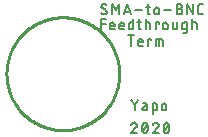
<source format=gto>
G04 EAGLE Gerber RS-274X export*
G75*
%MOMM*%
%FSLAX34Y34*%
%LPD*%
%INSilkscreen Top*%
%IPPOS*%
%AMOC8*
5,1,8,0,0,1.08239X$1,22.5*%
G01*
%ADD10C,0.127000*%
%ADD11C,0.254000*%


D10*
X92498Y126365D02*
X92584Y126367D01*
X92670Y126373D01*
X92756Y126382D01*
X92841Y126395D01*
X92926Y126412D01*
X93009Y126432D01*
X93092Y126456D01*
X93174Y126484D01*
X93254Y126515D01*
X93333Y126550D01*
X93410Y126588D01*
X93486Y126630D01*
X93560Y126674D01*
X93631Y126722D01*
X93701Y126773D01*
X93768Y126827D01*
X93833Y126884D01*
X93895Y126944D01*
X93955Y127006D01*
X94012Y127071D01*
X94066Y127138D01*
X94117Y127208D01*
X94165Y127279D01*
X94209Y127353D01*
X94251Y127429D01*
X94289Y127506D01*
X94324Y127585D01*
X94355Y127665D01*
X94383Y127747D01*
X94407Y127830D01*
X94427Y127913D01*
X94444Y127998D01*
X94457Y128083D01*
X94466Y128169D01*
X94472Y128255D01*
X94474Y128341D01*
X92498Y126365D02*
X92371Y126367D01*
X92245Y126373D01*
X92118Y126382D01*
X91992Y126396D01*
X91867Y126413D01*
X91742Y126434D01*
X91618Y126459D01*
X91494Y126488D01*
X91372Y126520D01*
X91250Y126556D01*
X91130Y126596D01*
X91011Y126639D01*
X90893Y126686D01*
X90777Y126737D01*
X90662Y126791D01*
X90549Y126848D01*
X90438Y126909D01*
X90329Y126973D01*
X90222Y127041D01*
X90116Y127111D01*
X90013Y127185D01*
X89913Y127262D01*
X89815Y127342D01*
X89719Y127425D01*
X89626Y127511D01*
X89535Y127600D01*
X89782Y133279D02*
X89784Y133365D01*
X89790Y133451D01*
X89799Y133537D01*
X89812Y133622D01*
X89829Y133707D01*
X89849Y133790D01*
X89873Y133873D01*
X89901Y133955D01*
X89932Y134035D01*
X89967Y134114D01*
X90005Y134191D01*
X90047Y134267D01*
X90091Y134341D01*
X90139Y134412D01*
X90190Y134482D01*
X90244Y134549D01*
X90301Y134614D01*
X90361Y134676D01*
X90423Y134736D01*
X90488Y134793D01*
X90555Y134847D01*
X90625Y134898D01*
X90696Y134946D01*
X90770Y134990D01*
X90846Y135032D01*
X90923Y135070D01*
X91002Y135105D01*
X91082Y135136D01*
X91164Y135164D01*
X91247Y135188D01*
X91330Y135208D01*
X91415Y135225D01*
X91500Y135238D01*
X91586Y135247D01*
X91672Y135253D01*
X91758Y135255D01*
X91877Y135253D01*
X91996Y135247D01*
X92115Y135238D01*
X92233Y135224D01*
X92351Y135207D01*
X92469Y135186D01*
X92585Y135161D01*
X92701Y135133D01*
X92816Y135101D01*
X92929Y135065D01*
X93042Y135025D01*
X93153Y134982D01*
X93263Y134936D01*
X93371Y134886D01*
X93477Y134832D01*
X93582Y134775D01*
X93684Y134715D01*
X93785Y134651D01*
X93884Y134584D01*
X93980Y134514D01*
X90770Y131551D02*
X90696Y131596D01*
X90624Y131645D01*
X90554Y131697D01*
X90487Y131752D01*
X90422Y131810D01*
X90360Y131870D01*
X90301Y131933D01*
X90244Y131999D01*
X90190Y132067D01*
X90139Y132137D01*
X90091Y132209D01*
X90046Y132284D01*
X90005Y132360D01*
X89967Y132438D01*
X89932Y132518D01*
X89901Y132599D01*
X89873Y132681D01*
X89849Y132764D01*
X89829Y132848D01*
X89812Y132934D01*
X89799Y133019D01*
X89790Y133106D01*
X89784Y133192D01*
X89782Y133279D01*
X93485Y130069D02*
X93559Y130024D01*
X93631Y129975D01*
X93701Y129923D01*
X93768Y129868D01*
X93833Y129810D01*
X93895Y129750D01*
X93955Y129687D01*
X94011Y129621D01*
X94065Y129553D01*
X94116Y129483D01*
X94164Y129411D01*
X94209Y129336D01*
X94250Y129260D01*
X94288Y129182D01*
X94323Y129102D01*
X94354Y129021D01*
X94382Y128939D01*
X94406Y128856D01*
X94426Y128772D01*
X94443Y128686D01*
X94456Y128601D01*
X94465Y128514D01*
X94471Y128428D01*
X94473Y128341D01*
X93486Y130069D02*
X90770Y131551D01*
X98795Y135255D02*
X98795Y126365D01*
X101758Y130316D02*
X98795Y135255D01*
X101758Y130316D02*
X104721Y135255D01*
X104721Y126365D01*
X108853Y126365D02*
X111816Y135255D01*
X114780Y126365D01*
X114039Y128588D02*
X109594Y128588D01*
X118607Y129822D02*
X124533Y129822D01*
X127918Y132292D02*
X130882Y132292D01*
X128906Y135255D02*
X128906Y127847D01*
X128908Y127772D01*
X128914Y127697D01*
X128923Y127623D01*
X128936Y127549D01*
X128953Y127476D01*
X128974Y127403D01*
X128998Y127332D01*
X129026Y127263D01*
X129057Y127194D01*
X129092Y127128D01*
X129130Y127063D01*
X129172Y127000D01*
X129216Y126940D01*
X129264Y126882D01*
X129314Y126826D01*
X129367Y126773D01*
X129423Y126723D01*
X129481Y126675D01*
X129541Y126631D01*
X129604Y126589D01*
X129669Y126551D01*
X129735Y126516D01*
X129804Y126485D01*
X129873Y126457D01*
X129944Y126433D01*
X130017Y126412D01*
X130090Y126395D01*
X130164Y126382D01*
X130238Y126373D01*
X130313Y126367D01*
X130388Y126365D01*
X130882Y126365D01*
X134530Y128341D02*
X134530Y130316D01*
X134529Y130316D02*
X134531Y130403D01*
X134537Y130491D01*
X134546Y130578D01*
X134560Y130664D01*
X134577Y130750D01*
X134598Y130834D01*
X134623Y130918D01*
X134652Y131001D01*
X134684Y131082D01*
X134719Y131162D01*
X134758Y131240D01*
X134801Y131317D01*
X134847Y131391D01*
X134896Y131463D01*
X134948Y131533D01*
X135004Y131601D01*
X135062Y131666D01*
X135123Y131729D01*
X135187Y131788D01*
X135254Y131845D01*
X135322Y131899D01*
X135394Y131950D01*
X135467Y131997D01*
X135542Y132042D01*
X135620Y132083D01*
X135699Y132120D01*
X135779Y132154D01*
X135861Y132184D01*
X135944Y132211D01*
X136029Y132234D01*
X136114Y132253D01*
X136200Y132268D01*
X136287Y132280D01*
X136374Y132288D01*
X136461Y132292D01*
X136549Y132292D01*
X136636Y132288D01*
X136723Y132280D01*
X136810Y132268D01*
X136896Y132253D01*
X136981Y132234D01*
X137066Y132211D01*
X137149Y132184D01*
X137231Y132154D01*
X137311Y132120D01*
X137390Y132083D01*
X137468Y132042D01*
X137543Y131997D01*
X137616Y131950D01*
X137688Y131899D01*
X137756Y131845D01*
X137823Y131788D01*
X137887Y131729D01*
X137948Y131666D01*
X138006Y131601D01*
X138062Y131533D01*
X138114Y131463D01*
X138163Y131391D01*
X138209Y131317D01*
X138252Y131240D01*
X138291Y131162D01*
X138326Y131082D01*
X138358Y131001D01*
X138387Y130918D01*
X138412Y130834D01*
X138433Y130750D01*
X138450Y130664D01*
X138464Y130578D01*
X138473Y130491D01*
X138479Y130403D01*
X138481Y130316D01*
X138481Y128341D01*
X138479Y128254D01*
X138473Y128166D01*
X138464Y128079D01*
X138450Y127993D01*
X138433Y127907D01*
X138412Y127823D01*
X138387Y127739D01*
X138358Y127656D01*
X138326Y127575D01*
X138291Y127495D01*
X138252Y127417D01*
X138209Y127340D01*
X138163Y127266D01*
X138114Y127194D01*
X138062Y127124D01*
X138006Y127056D01*
X137948Y126991D01*
X137887Y126928D01*
X137823Y126869D01*
X137756Y126812D01*
X137688Y126758D01*
X137616Y126707D01*
X137543Y126660D01*
X137468Y126615D01*
X137390Y126574D01*
X137311Y126537D01*
X137231Y126503D01*
X137149Y126473D01*
X137066Y126446D01*
X136981Y126423D01*
X136896Y126404D01*
X136810Y126389D01*
X136723Y126377D01*
X136636Y126369D01*
X136549Y126365D01*
X136461Y126365D01*
X136374Y126369D01*
X136287Y126377D01*
X136200Y126389D01*
X136114Y126404D01*
X136029Y126423D01*
X135944Y126446D01*
X135861Y126473D01*
X135779Y126503D01*
X135699Y126537D01*
X135620Y126574D01*
X135542Y126615D01*
X135467Y126660D01*
X135394Y126707D01*
X135322Y126758D01*
X135254Y126812D01*
X135187Y126869D01*
X135123Y126928D01*
X135062Y126991D01*
X135004Y127056D01*
X134948Y127124D01*
X134896Y127194D01*
X134847Y127266D01*
X134801Y127340D01*
X134758Y127417D01*
X134719Y127495D01*
X134684Y127575D01*
X134652Y127656D01*
X134623Y127739D01*
X134598Y127823D01*
X134577Y127907D01*
X134560Y127993D01*
X134546Y128079D01*
X134537Y128166D01*
X134531Y128254D01*
X134529Y128341D01*
X142686Y129822D02*
X148612Y129822D01*
X153412Y131304D02*
X155881Y131304D01*
X155881Y131303D02*
X155979Y131301D01*
X156077Y131295D01*
X156175Y131285D01*
X156272Y131272D01*
X156369Y131254D01*
X156465Y131233D01*
X156559Y131208D01*
X156653Y131179D01*
X156746Y131147D01*
X156837Y131110D01*
X156927Y131071D01*
X157015Y131027D01*
X157101Y130980D01*
X157186Y130930D01*
X157268Y130877D01*
X157348Y130820D01*
X157426Y130760D01*
X157501Y130697D01*
X157574Y130631D01*
X157644Y130562D01*
X157711Y130491D01*
X157776Y130417D01*
X157837Y130340D01*
X157896Y130261D01*
X157951Y130180D01*
X158003Y130097D01*
X158051Y130011D01*
X158096Y129924D01*
X158138Y129835D01*
X158176Y129745D01*
X158210Y129653D01*
X158241Y129560D01*
X158268Y129465D01*
X158291Y129370D01*
X158311Y129273D01*
X158326Y129177D01*
X158338Y129079D01*
X158346Y128981D01*
X158350Y128883D01*
X158350Y128785D01*
X158346Y128687D01*
X158338Y128589D01*
X158326Y128491D01*
X158311Y128395D01*
X158291Y128298D01*
X158268Y128203D01*
X158241Y128108D01*
X158210Y128015D01*
X158176Y127923D01*
X158138Y127833D01*
X158096Y127744D01*
X158051Y127657D01*
X158003Y127571D01*
X157951Y127488D01*
X157896Y127407D01*
X157837Y127328D01*
X157776Y127251D01*
X157711Y127177D01*
X157644Y127106D01*
X157574Y127037D01*
X157501Y126971D01*
X157426Y126908D01*
X157348Y126848D01*
X157268Y126791D01*
X157186Y126738D01*
X157101Y126688D01*
X157015Y126641D01*
X156927Y126597D01*
X156837Y126558D01*
X156746Y126521D01*
X156653Y126489D01*
X156559Y126460D01*
X156465Y126435D01*
X156369Y126414D01*
X156272Y126396D01*
X156175Y126383D01*
X156077Y126373D01*
X155979Y126367D01*
X155881Y126365D01*
X153412Y126365D01*
X153412Y135255D01*
X155881Y135255D01*
X155968Y135253D01*
X156056Y135247D01*
X156143Y135238D01*
X156229Y135224D01*
X156315Y135207D01*
X156399Y135186D01*
X156483Y135161D01*
X156566Y135132D01*
X156647Y135100D01*
X156727Y135065D01*
X156805Y135026D01*
X156882Y134983D01*
X156956Y134937D01*
X157028Y134888D01*
X157098Y134836D01*
X157166Y134780D01*
X157231Y134722D01*
X157294Y134661D01*
X157353Y134597D01*
X157410Y134530D01*
X157464Y134462D01*
X157515Y134390D01*
X157562Y134317D01*
X157607Y134242D01*
X157648Y134164D01*
X157685Y134085D01*
X157719Y134005D01*
X157749Y133923D01*
X157776Y133840D01*
X157799Y133755D01*
X157818Y133670D01*
X157833Y133584D01*
X157845Y133497D01*
X157853Y133410D01*
X157857Y133323D01*
X157857Y133235D01*
X157853Y133148D01*
X157845Y133061D01*
X157833Y132974D01*
X157818Y132888D01*
X157799Y132803D01*
X157776Y132718D01*
X157749Y132635D01*
X157719Y132553D01*
X157685Y132473D01*
X157648Y132394D01*
X157607Y132316D01*
X157562Y132241D01*
X157515Y132168D01*
X157464Y132096D01*
X157410Y132028D01*
X157353Y131961D01*
X157294Y131897D01*
X157231Y131836D01*
X157166Y131778D01*
X157098Y131722D01*
X157028Y131670D01*
X156956Y131621D01*
X156882Y131575D01*
X156805Y131532D01*
X156727Y131493D01*
X156647Y131458D01*
X156566Y131426D01*
X156483Y131397D01*
X156399Y131372D01*
X156315Y131351D01*
X156229Y131334D01*
X156143Y131320D01*
X156056Y131311D01*
X155968Y131305D01*
X155881Y131303D01*
X162382Y135255D02*
X162382Y126365D01*
X167321Y126365D02*
X162382Y135255D01*
X167321Y135255D02*
X167321Y126365D01*
X173772Y126365D02*
X175748Y126365D01*
X173772Y126365D02*
X173686Y126367D01*
X173600Y126373D01*
X173514Y126382D01*
X173429Y126395D01*
X173344Y126412D01*
X173261Y126432D01*
X173178Y126456D01*
X173096Y126484D01*
X173016Y126515D01*
X172937Y126550D01*
X172860Y126588D01*
X172784Y126630D01*
X172710Y126674D01*
X172639Y126722D01*
X172569Y126773D01*
X172502Y126827D01*
X172437Y126884D01*
X172375Y126944D01*
X172315Y127006D01*
X172258Y127071D01*
X172204Y127138D01*
X172153Y127208D01*
X172105Y127279D01*
X172061Y127353D01*
X172019Y127429D01*
X171981Y127506D01*
X171946Y127585D01*
X171915Y127665D01*
X171887Y127747D01*
X171863Y127830D01*
X171843Y127913D01*
X171826Y127998D01*
X171813Y128083D01*
X171804Y128169D01*
X171798Y128255D01*
X171796Y128341D01*
X171797Y128341D02*
X171797Y133279D01*
X171796Y133279D02*
X171798Y133368D01*
X171804Y133456D01*
X171814Y133544D01*
X171828Y133632D01*
X171846Y133719D01*
X171867Y133805D01*
X171893Y133890D01*
X171922Y133973D01*
X171955Y134056D01*
X171992Y134136D01*
X172032Y134215D01*
X172076Y134292D01*
X172123Y134368D01*
X172173Y134440D01*
X172227Y134511D01*
X172284Y134579D01*
X172344Y134645D01*
X172406Y134707D01*
X172472Y134767D01*
X172540Y134824D01*
X172611Y134878D01*
X172683Y134928D01*
X172758Y134975D01*
X172836Y135019D01*
X172915Y135059D01*
X172995Y135096D01*
X173078Y135129D01*
X173161Y135158D01*
X173246Y135184D01*
X173332Y135205D01*
X173419Y135223D01*
X173507Y135237D01*
X173595Y135247D01*
X173683Y135253D01*
X173772Y135255D01*
X175748Y135255D01*
X89535Y122555D02*
X89535Y113665D01*
X89535Y122555D02*
X93486Y122555D01*
X93486Y118604D02*
X89535Y118604D01*
X98498Y113665D02*
X100967Y113665D01*
X98498Y113665D02*
X98423Y113667D01*
X98348Y113673D01*
X98274Y113682D01*
X98200Y113695D01*
X98127Y113712D01*
X98054Y113733D01*
X97983Y113757D01*
X97914Y113785D01*
X97845Y113816D01*
X97779Y113851D01*
X97714Y113889D01*
X97651Y113931D01*
X97591Y113975D01*
X97533Y114023D01*
X97477Y114073D01*
X97424Y114126D01*
X97374Y114182D01*
X97326Y114240D01*
X97282Y114300D01*
X97240Y114363D01*
X97202Y114428D01*
X97167Y114494D01*
X97136Y114563D01*
X97108Y114632D01*
X97084Y114703D01*
X97063Y114776D01*
X97046Y114849D01*
X97033Y114923D01*
X97024Y114997D01*
X97018Y115072D01*
X97016Y115147D01*
X97016Y117616D01*
X97018Y117703D01*
X97024Y117791D01*
X97033Y117878D01*
X97047Y117964D01*
X97064Y118050D01*
X97085Y118134D01*
X97110Y118218D01*
X97139Y118301D01*
X97171Y118382D01*
X97206Y118462D01*
X97245Y118540D01*
X97288Y118617D01*
X97334Y118691D01*
X97383Y118763D01*
X97435Y118833D01*
X97491Y118901D01*
X97549Y118966D01*
X97610Y119029D01*
X97674Y119088D01*
X97741Y119145D01*
X97809Y119199D01*
X97881Y119250D01*
X97954Y119297D01*
X98029Y119342D01*
X98107Y119383D01*
X98186Y119420D01*
X98266Y119454D01*
X98348Y119484D01*
X98431Y119511D01*
X98516Y119534D01*
X98601Y119553D01*
X98687Y119568D01*
X98774Y119580D01*
X98861Y119588D01*
X98948Y119592D01*
X99036Y119592D01*
X99123Y119588D01*
X99210Y119580D01*
X99297Y119568D01*
X99383Y119553D01*
X99468Y119534D01*
X99553Y119511D01*
X99636Y119484D01*
X99718Y119454D01*
X99798Y119420D01*
X99877Y119383D01*
X99955Y119342D01*
X100030Y119297D01*
X100103Y119250D01*
X100175Y119199D01*
X100243Y119145D01*
X100310Y119088D01*
X100374Y119029D01*
X100435Y118966D01*
X100493Y118901D01*
X100549Y118833D01*
X100601Y118763D01*
X100650Y118691D01*
X100696Y118617D01*
X100739Y118540D01*
X100778Y118462D01*
X100813Y118382D01*
X100845Y118301D01*
X100874Y118218D01*
X100899Y118134D01*
X100920Y118050D01*
X100937Y117964D01*
X100951Y117878D01*
X100960Y117791D01*
X100966Y117703D01*
X100968Y117616D01*
X100967Y117616D02*
X100967Y116628D01*
X97016Y116628D01*
X106423Y113665D02*
X108892Y113665D01*
X106423Y113665D02*
X106348Y113667D01*
X106273Y113673D01*
X106199Y113682D01*
X106125Y113695D01*
X106052Y113712D01*
X105979Y113733D01*
X105908Y113757D01*
X105839Y113785D01*
X105770Y113816D01*
X105704Y113851D01*
X105639Y113889D01*
X105576Y113931D01*
X105516Y113975D01*
X105458Y114023D01*
X105402Y114073D01*
X105349Y114126D01*
X105299Y114182D01*
X105251Y114240D01*
X105207Y114300D01*
X105165Y114363D01*
X105127Y114428D01*
X105092Y114494D01*
X105061Y114563D01*
X105033Y114632D01*
X105009Y114703D01*
X104988Y114776D01*
X104971Y114849D01*
X104958Y114923D01*
X104949Y114997D01*
X104943Y115072D01*
X104941Y115147D01*
X104941Y117616D01*
X104940Y117616D02*
X104942Y117703D01*
X104948Y117791D01*
X104957Y117878D01*
X104971Y117964D01*
X104988Y118050D01*
X105009Y118134D01*
X105034Y118218D01*
X105063Y118301D01*
X105095Y118382D01*
X105130Y118462D01*
X105169Y118540D01*
X105212Y118617D01*
X105258Y118691D01*
X105307Y118763D01*
X105359Y118833D01*
X105415Y118901D01*
X105473Y118966D01*
X105534Y119029D01*
X105598Y119088D01*
X105665Y119145D01*
X105733Y119199D01*
X105805Y119250D01*
X105878Y119297D01*
X105953Y119342D01*
X106031Y119383D01*
X106110Y119420D01*
X106190Y119454D01*
X106272Y119484D01*
X106355Y119511D01*
X106440Y119534D01*
X106525Y119553D01*
X106611Y119568D01*
X106698Y119580D01*
X106785Y119588D01*
X106872Y119592D01*
X106960Y119592D01*
X107047Y119588D01*
X107134Y119580D01*
X107221Y119568D01*
X107307Y119553D01*
X107392Y119534D01*
X107477Y119511D01*
X107560Y119484D01*
X107642Y119454D01*
X107722Y119420D01*
X107801Y119383D01*
X107879Y119342D01*
X107954Y119297D01*
X108027Y119250D01*
X108099Y119199D01*
X108167Y119145D01*
X108234Y119088D01*
X108298Y119029D01*
X108359Y118966D01*
X108417Y118901D01*
X108473Y118833D01*
X108525Y118763D01*
X108574Y118691D01*
X108620Y118617D01*
X108663Y118540D01*
X108702Y118462D01*
X108737Y118382D01*
X108769Y118301D01*
X108798Y118218D01*
X108823Y118134D01*
X108844Y118050D01*
X108861Y117964D01*
X108875Y117878D01*
X108884Y117791D01*
X108890Y117703D01*
X108892Y117616D01*
X108892Y116628D01*
X104941Y116628D01*
X116756Y113665D02*
X116756Y122555D01*
X116756Y113665D02*
X114287Y113665D01*
X114212Y113667D01*
X114137Y113673D01*
X114063Y113682D01*
X113989Y113695D01*
X113916Y113712D01*
X113843Y113733D01*
X113772Y113757D01*
X113703Y113785D01*
X113634Y113816D01*
X113568Y113851D01*
X113503Y113889D01*
X113440Y113931D01*
X113380Y113975D01*
X113322Y114023D01*
X113266Y114073D01*
X113213Y114126D01*
X113163Y114182D01*
X113115Y114240D01*
X113071Y114300D01*
X113029Y114363D01*
X112991Y114428D01*
X112956Y114494D01*
X112925Y114563D01*
X112897Y114632D01*
X112873Y114703D01*
X112852Y114776D01*
X112835Y114849D01*
X112822Y114923D01*
X112813Y114997D01*
X112807Y115072D01*
X112805Y115147D01*
X112805Y118110D01*
X112807Y118185D01*
X112813Y118260D01*
X112822Y118334D01*
X112835Y118408D01*
X112852Y118481D01*
X112873Y118554D01*
X112897Y118625D01*
X112925Y118694D01*
X112956Y118763D01*
X112991Y118829D01*
X113029Y118894D01*
X113071Y118957D01*
X113115Y119017D01*
X113163Y119075D01*
X113213Y119131D01*
X113266Y119184D01*
X113322Y119234D01*
X113380Y119282D01*
X113440Y119326D01*
X113503Y119368D01*
X113568Y119406D01*
X113634Y119441D01*
X113703Y119472D01*
X113772Y119500D01*
X113843Y119524D01*
X113916Y119545D01*
X113989Y119562D01*
X114063Y119575D01*
X114137Y119584D01*
X114212Y119590D01*
X114287Y119592D01*
X116756Y119592D01*
X120275Y119592D02*
X123239Y119592D01*
X121263Y122555D02*
X121263Y115147D01*
X121265Y115072D01*
X121271Y114997D01*
X121280Y114923D01*
X121293Y114849D01*
X121310Y114776D01*
X121331Y114703D01*
X121355Y114632D01*
X121383Y114563D01*
X121414Y114494D01*
X121449Y114428D01*
X121487Y114363D01*
X121529Y114300D01*
X121573Y114240D01*
X121621Y114182D01*
X121671Y114126D01*
X121724Y114073D01*
X121780Y114023D01*
X121838Y113975D01*
X121898Y113931D01*
X121961Y113889D01*
X122026Y113851D01*
X122092Y113816D01*
X122161Y113785D01*
X122230Y113757D01*
X122301Y113733D01*
X122374Y113712D01*
X122447Y113695D01*
X122521Y113682D01*
X122595Y113673D01*
X122670Y113667D01*
X122745Y113665D01*
X123239Y113665D01*
X127191Y113665D02*
X127191Y122555D01*
X127191Y119592D02*
X129661Y119592D01*
X129736Y119590D01*
X129811Y119584D01*
X129885Y119575D01*
X129959Y119562D01*
X130032Y119545D01*
X130105Y119524D01*
X130176Y119500D01*
X130245Y119472D01*
X130314Y119441D01*
X130380Y119406D01*
X130445Y119368D01*
X130508Y119326D01*
X130568Y119282D01*
X130626Y119234D01*
X130682Y119184D01*
X130735Y119131D01*
X130785Y119075D01*
X130833Y119017D01*
X130877Y118957D01*
X130919Y118894D01*
X130957Y118829D01*
X130992Y118763D01*
X131023Y118694D01*
X131051Y118625D01*
X131075Y118554D01*
X131096Y118481D01*
X131113Y118408D01*
X131126Y118334D01*
X131135Y118260D01*
X131141Y118185D01*
X131143Y118110D01*
X131142Y118110D02*
X131142Y113665D01*
X135794Y113665D02*
X135794Y119592D01*
X138757Y119592D01*
X138757Y118604D01*
X141822Y117616D02*
X141822Y115641D01*
X141821Y117616D02*
X141823Y117703D01*
X141829Y117791D01*
X141838Y117878D01*
X141852Y117964D01*
X141869Y118050D01*
X141890Y118134D01*
X141915Y118218D01*
X141944Y118301D01*
X141976Y118382D01*
X142011Y118462D01*
X142050Y118540D01*
X142093Y118617D01*
X142139Y118691D01*
X142188Y118763D01*
X142240Y118833D01*
X142296Y118901D01*
X142354Y118966D01*
X142415Y119029D01*
X142479Y119088D01*
X142546Y119145D01*
X142614Y119199D01*
X142686Y119250D01*
X142759Y119297D01*
X142834Y119342D01*
X142912Y119383D01*
X142991Y119420D01*
X143071Y119454D01*
X143153Y119484D01*
X143236Y119511D01*
X143321Y119534D01*
X143406Y119553D01*
X143492Y119568D01*
X143579Y119580D01*
X143666Y119588D01*
X143753Y119592D01*
X143841Y119592D01*
X143928Y119588D01*
X144015Y119580D01*
X144102Y119568D01*
X144188Y119553D01*
X144273Y119534D01*
X144358Y119511D01*
X144441Y119484D01*
X144523Y119454D01*
X144603Y119420D01*
X144682Y119383D01*
X144760Y119342D01*
X144835Y119297D01*
X144908Y119250D01*
X144980Y119199D01*
X145048Y119145D01*
X145115Y119088D01*
X145179Y119029D01*
X145240Y118966D01*
X145298Y118901D01*
X145354Y118833D01*
X145406Y118763D01*
X145455Y118691D01*
X145501Y118617D01*
X145544Y118540D01*
X145583Y118462D01*
X145618Y118382D01*
X145650Y118301D01*
X145679Y118218D01*
X145704Y118134D01*
X145725Y118050D01*
X145742Y117964D01*
X145756Y117878D01*
X145765Y117791D01*
X145771Y117703D01*
X145773Y117616D01*
X145773Y115641D01*
X145771Y115554D01*
X145765Y115466D01*
X145756Y115379D01*
X145742Y115293D01*
X145725Y115207D01*
X145704Y115123D01*
X145679Y115039D01*
X145650Y114956D01*
X145618Y114875D01*
X145583Y114795D01*
X145544Y114717D01*
X145501Y114640D01*
X145455Y114566D01*
X145406Y114494D01*
X145354Y114424D01*
X145298Y114356D01*
X145240Y114291D01*
X145179Y114228D01*
X145115Y114169D01*
X145048Y114112D01*
X144980Y114058D01*
X144908Y114007D01*
X144835Y113960D01*
X144760Y113915D01*
X144682Y113874D01*
X144603Y113837D01*
X144523Y113803D01*
X144441Y113773D01*
X144358Y113746D01*
X144273Y113723D01*
X144188Y113704D01*
X144102Y113689D01*
X144015Y113677D01*
X143928Y113669D01*
X143841Y113665D01*
X143753Y113665D01*
X143666Y113669D01*
X143579Y113677D01*
X143492Y113689D01*
X143406Y113704D01*
X143321Y113723D01*
X143236Y113746D01*
X143153Y113773D01*
X143071Y113803D01*
X142991Y113837D01*
X142912Y113874D01*
X142834Y113915D01*
X142759Y113960D01*
X142686Y114007D01*
X142614Y114058D01*
X142546Y114112D01*
X142479Y114169D01*
X142415Y114228D01*
X142354Y114291D01*
X142296Y114356D01*
X142240Y114424D01*
X142188Y114494D01*
X142139Y114566D01*
X142093Y114640D01*
X142050Y114717D01*
X142011Y114795D01*
X141976Y114875D01*
X141944Y114956D01*
X141915Y115039D01*
X141890Y115123D01*
X141869Y115207D01*
X141852Y115293D01*
X141838Y115379D01*
X141829Y115466D01*
X141823Y115554D01*
X141821Y115641D01*
X150051Y115147D02*
X150051Y119592D01*
X150051Y115147D02*
X150053Y115072D01*
X150059Y114997D01*
X150068Y114923D01*
X150081Y114849D01*
X150098Y114776D01*
X150119Y114703D01*
X150143Y114632D01*
X150171Y114563D01*
X150202Y114494D01*
X150237Y114428D01*
X150275Y114363D01*
X150317Y114300D01*
X150361Y114240D01*
X150409Y114182D01*
X150459Y114126D01*
X150512Y114073D01*
X150568Y114023D01*
X150626Y113975D01*
X150686Y113931D01*
X150749Y113889D01*
X150814Y113851D01*
X150880Y113816D01*
X150949Y113785D01*
X151018Y113757D01*
X151089Y113733D01*
X151162Y113712D01*
X151235Y113695D01*
X151309Y113682D01*
X151383Y113673D01*
X151458Y113667D01*
X151533Y113665D01*
X154002Y113665D01*
X154002Y119592D01*
X159702Y113665D02*
X162171Y113665D01*
X159702Y113665D02*
X159627Y113667D01*
X159552Y113673D01*
X159478Y113682D01*
X159404Y113695D01*
X159331Y113712D01*
X159258Y113733D01*
X159187Y113757D01*
X159118Y113785D01*
X159049Y113816D01*
X158983Y113851D01*
X158918Y113889D01*
X158855Y113931D01*
X158795Y113975D01*
X158737Y114023D01*
X158681Y114073D01*
X158628Y114126D01*
X158578Y114182D01*
X158530Y114240D01*
X158486Y114300D01*
X158444Y114363D01*
X158406Y114428D01*
X158371Y114494D01*
X158340Y114563D01*
X158312Y114632D01*
X158288Y114703D01*
X158267Y114776D01*
X158250Y114849D01*
X158237Y114923D01*
X158228Y114997D01*
X158222Y115072D01*
X158220Y115147D01*
X158220Y118110D01*
X158222Y118185D01*
X158228Y118260D01*
X158237Y118334D01*
X158250Y118408D01*
X158267Y118481D01*
X158288Y118554D01*
X158312Y118625D01*
X158340Y118694D01*
X158371Y118763D01*
X158406Y118829D01*
X158444Y118894D01*
X158486Y118957D01*
X158530Y119017D01*
X158578Y119075D01*
X158628Y119131D01*
X158681Y119184D01*
X158737Y119234D01*
X158795Y119282D01*
X158855Y119326D01*
X158918Y119368D01*
X158983Y119406D01*
X159049Y119441D01*
X159118Y119472D01*
X159187Y119500D01*
X159258Y119524D01*
X159331Y119545D01*
X159404Y119562D01*
X159478Y119575D01*
X159552Y119584D01*
X159627Y119590D01*
X159702Y119592D01*
X162171Y119592D01*
X162171Y112183D01*
X162172Y112183D02*
X162170Y112108D01*
X162164Y112033D01*
X162155Y111959D01*
X162142Y111885D01*
X162125Y111812D01*
X162104Y111739D01*
X162080Y111668D01*
X162052Y111599D01*
X162021Y111530D01*
X161986Y111464D01*
X161948Y111399D01*
X161906Y111336D01*
X161862Y111276D01*
X161814Y111218D01*
X161764Y111162D01*
X161711Y111109D01*
X161655Y111059D01*
X161597Y111011D01*
X161537Y110967D01*
X161474Y110925D01*
X161409Y110887D01*
X161343Y110852D01*
X161274Y110821D01*
X161205Y110793D01*
X161134Y110769D01*
X161061Y110748D01*
X160988Y110731D01*
X160914Y110718D01*
X160840Y110709D01*
X160765Y110703D01*
X160690Y110701D01*
X160690Y110702D02*
X158714Y110702D01*
X166815Y113665D02*
X166815Y122555D01*
X166815Y119592D02*
X169284Y119592D01*
X169359Y119590D01*
X169434Y119584D01*
X169508Y119575D01*
X169582Y119562D01*
X169655Y119545D01*
X169728Y119524D01*
X169799Y119500D01*
X169868Y119472D01*
X169937Y119441D01*
X170003Y119406D01*
X170068Y119368D01*
X170131Y119326D01*
X170191Y119282D01*
X170249Y119234D01*
X170305Y119184D01*
X170358Y119131D01*
X170408Y119075D01*
X170456Y119017D01*
X170500Y118957D01*
X170542Y118894D01*
X170580Y118829D01*
X170615Y118763D01*
X170646Y118694D01*
X170674Y118625D01*
X170698Y118554D01*
X170719Y118481D01*
X170736Y118408D01*
X170749Y118334D01*
X170758Y118260D01*
X170764Y118185D01*
X170766Y118110D01*
X170766Y113665D01*
X114864Y108585D02*
X114864Y99695D01*
X112395Y108585D02*
X117334Y108585D01*
X122295Y99695D02*
X124765Y99695D01*
X122295Y99695D02*
X122220Y99697D01*
X122145Y99703D01*
X122071Y99712D01*
X121997Y99725D01*
X121924Y99742D01*
X121851Y99763D01*
X121780Y99787D01*
X121711Y99815D01*
X121642Y99846D01*
X121576Y99881D01*
X121511Y99919D01*
X121448Y99961D01*
X121388Y100005D01*
X121330Y100053D01*
X121274Y100103D01*
X121221Y100156D01*
X121171Y100212D01*
X121123Y100270D01*
X121079Y100330D01*
X121037Y100393D01*
X120999Y100458D01*
X120964Y100524D01*
X120933Y100593D01*
X120905Y100662D01*
X120881Y100733D01*
X120860Y100806D01*
X120843Y100879D01*
X120830Y100953D01*
X120821Y101027D01*
X120815Y101102D01*
X120813Y101177D01*
X120814Y101177D02*
X120814Y103646D01*
X120813Y103646D02*
X120815Y103733D01*
X120821Y103821D01*
X120830Y103908D01*
X120844Y103994D01*
X120861Y104080D01*
X120882Y104164D01*
X120907Y104248D01*
X120936Y104331D01*
X120968Y104412D01*
X121003Y104492D01*
X121042Y104570D01*
X121085Y104647D01*
X121131Y104721D01*
X121180Y104793D01*
X121232Y104863D01*
X121288Y104931D01*
X121346Y104996D01*
X121407Y105059D01*
X121471Y105118D01*
X121538Y105175D01*
X121606Y105229D01*
X121678Y105280D01*
X121751Y105327D01*
X121826Y105372D01*
X121904Y105413D01*
X121983Y105450D01*
X122063Y105484D01*
X122145Y105514D01*
X122228Y105541D01*
X122313Y105564D01*
X122398Y105583D01*
X122484Y105598D01*
X122571Y105610D01*
X122658Y105618D01*
X122745Y105622D01*
X122833Y105622D01*
X122920Y105618D01*
X123007Y105610D01*
X123094Y105598D01*
X123180Y105583D01*
X123265Y105564D01*
X123350Y105541D01*
X123433Y105514D01*
X123515Y105484D01*
X123595Y105450D01*
X123674Y105413D01*
X123752Y105372D01*
X123827Y105327D01*
X123900Y105280D01*
X123972Y105229D01*
X124040Y105175D01*
X124107Y105118D01*
X124171Y105059D01*
X124232Y104996D01*
X124290Y104931D01*
X124346Y104863D01*
X124398Y104793D01*
X124447Y104721D01*
X124493Y104647D01*
X124536Y104570D01*
X124575Y104492D01*
X124610Y104412D01*
X124642Y104331D01*
X124671Y104248D01*
X124696Y104164D01*
X124717Y104080D01*
X124734Y103994D01*
X124748Y103908D01*
X124757Y103821D01*
X124763Y103733D01*
X124765Y103646D01*
X124765Y102658D01*
X120814Y102658D01*
X129111Y99695D02*
X129111Y105622D01*
X132075Y105622D01*
X132075Y104634D01*
X135675Y105622D02*
X135675Y99695D01*
X135675Y105622D02*
X140120Y105622D01*
X140195Y105620D01*
X140270Y105614D01*
X140344Y105605D01*
X140418Y105592D01*
X140491Y105575D01*
X140564Y105554D01*
X140635Y105530D01*
X140704Y105502D01*
X140773Y105471D01*
X140839Y105436D01*
X140904Y105398D01*
X140967Y105356D01*
X141027Y105312D01*
X141085Y105264D01*
X141141Y105214D01*
X141194Y105161D01*
X141244Y105105D01*
X141292Y105047D01*
X141336Y104987D01*
X141378Y104924D01*
X141416Y104859D01*
X141451Y104793D01*
X141482Y104724D01*
X141510Y104655D01*
X141534Y104584D01*
X141555Y104511D01*
X141572Y104438D01*
X141585Y104364D01*
X141594Y104290D01*
X141600Y104215D01*
X141602Y104140D01*
X141602Y99695D01*
X138639Y99695D02*
X138639Y105622D01*
X114935Y53975D02*
X117898Y49777D01*
X120862Y53975D01*
X117898Y49777D02*
X117898Y45085D01*
X126125Y48542D02*
X128348Y48542D01*
X126125Y48543D02*
X126043Y48541D01*
X125961Y48535D01*
X125879Y48525D01*
X125798Y48512D01*
X125717Y48494D01*
X125638Y48473D01*
X125559Y48448D01*
X125482Y48419D01*
X125407Y48387D01*
X125333Y48351D01*
X125261Y48311D01*
X125190Y48269D01*
X125122Y48222D01*
X125056Y48173D01*
X124993Y48121D01*
X124932Y48065D01*
X124874Y48007D01*
X124818Y47946D01*
X124766Y47883D01*
X124717Y47817D01*
X124670Y47749D01*
X124628Y47679D01*
X124588Y47606D01*
X124552Y47532D01*
X124520Y47457D01*
X124491Y47380D01*
X124466Y47301D01*
X124445Y47222D01*
X124427Y47141D01*
X124414Y47060D01*
X124404Y46978D01*
X124398Y46896D01*
X124396Y46814D01*
X124398Y46732D01*
X124404Y46650D01*
X124414Y46568D01*
X124427Y46487D01*
X124445Y46406D01*
X124466Y46327D01*
X124491Y46248D01*
X124520Y46171D01*
X124552Y46096D01*
X124588Y46022D01*
X124628Y45950D01*
X124670Y45879D01*
X124717Y45811D01*
X124766Y45745D01*
X124818Y45682D01*
X124874Y45621D01*
X124932Y45563D01*
X124993Y45507D01*
X125056Y45455D01*
X125122Y45406D01*
X125190Y45359D01*
X125260Y45317D01*
X125333Y45277D01*
X125407Y45241D01*
X125482Y45209D01*
X125559Y45180D01*
X125638Y45155D01*
X125717Y45134D01*
X125798Y45116D01*
X125879Y45103D01*
X125961Y45093D01*
X126043Y45087D01*
X126125Y45085D01*
X128348Y45085D01*
X128348Y49530D01*
X128346Y49605D01*
X128340Y49680D01*
X128331Y49754D01*
X128318Y49828D01*
X128301Y49901D01*
X128280Y49974D01*
X128256Y50045D01*
X128228Y50114D01*
X128197Y50183D01*
X128162Y50249D01*
X128124Y50314D01*
X128082Y50377D01*
X128038Y50437D01*
X127990Y50495D01*
X127940Y50551D01*
X127887Y50604D01*
X127831Y50654D01*
X127773Y50702D01*
X127713Y50746D01*
X127650Y50788D01*
X127585Y50826D01*
X127519Y50861D01*
X127450Y50892D01*
X127381Y50920D01*
X127310Y50944D01*
X127237Y50965D01*
X127164Y50982D01*
X127090Y50995D01*
X127016Y51004D01*
X126941Y51010D01*
X126866Y51012D01*
X124891Y51012D01*
X133052Y51012D02*
X133052Y42122D01*
X133052Y51012D02*
X135521Y51012D01*
X135596Y51010D01*
X135671Y51004D01*
X135745Y50995D01*
X135819Y50982D01*
X135892Y50965D01*
X135965Y50944D01*
X136036Y50920D01*
X136105Y50892D01*
X136174Y50861D01*
X136240Y50826D01*
X136305Y50788D01*
X136368Y50746D01*
X136428Y50702D01*
X136486Y50654D01*
X136542Y50604D01*
X136595Y50551D01*
X136645Y50495D01*
X136693Y50437D01*
X136737Y50377D01*
X136779Y50314D01*
X136817Y50249D01*
X136852Y50183D01*
X136883Y50114D01*
X136911Y50045D01*
X136935Y49974D01*
X136956Y49901D01*
X136973Y49828D01*
X136986Y49754D01*
X136995Y49680D01*
X137001Y49605D01*
X137003Y49530D01*
X137003Y46567D01*
X137001Y46492D01*
X136995Y46417D01*
X136986Y46343D01*
X136973Y46269D01*
X136956Y46196D01*
X136935Y46123D01*
X136911Y46052D01*
X136883Y45983D01*
X136852Y45914D01*
X136817Y45848D01*
X136779Y45783D01*
X136737Y45720D01*
X136693Y45660D01*
X136645Y45602D01*
X136595Y45546D01*
X136542Y45493D01*
X136486Y45443D01*
X136428Y45395D01*
X136368Y45351D01*
X136305Y45309D01*
X136240Y45271D01*
X136174Y45236D01*
X136105Y45205D01*
X136036Y45177D01*
X135965Y45153D01*
X135892Y45132D01*
X135819Y45115D01*
X135745Y45102D01*
X135671Y45093D01*
X135596Y45087D01*
X135521Y45085D01*
X133052Y45085D01*
X140916Y47061D02*
X140916Y49036D01*
X140918Y49123D01*
X140924Y49211D01*
X140933Y49298D01*
X140947Y49384D01*
X140964Y49470D01*
X140985Y49554D01*
X141010Y49638D01*
X141039Y49721D01*
X141071Y49802D01*
X141106Y49882D01*
X141145Y49960D01*
X141188Y50037D01*
X141234Y50111D01*
X141283Y50183D01*
X141335Y50253D01*
X141391Y50321D01*
X141449Y50386D01*
X141510Y50449D01*
X141574Y50508D01*
X141641Y50565D01*
X141709Y50619D01*
X141781Y50670D01*
X141854Y50717D01*
X141929Y50762D01*
X142007Y50803D01*
X142086Y50840D01*
X142166Y50874D01*
X142248Y50904D01*
X142331Y50931D01*
X142416Y50954D01*
X142501Y50973D01*
X142587Y50988D01*
X142674Y51000D01*
X142761Y51008D01*
X142848Y51012D01*
X142936Y51012D01*
X143023Y51008D01*
X143110Y51000D01*
X143197Y50988D01*
X143283Y50973D01*
X143368Y50954D01*
X143453Y50931D01*
X143536Y50904D01*
X143618Y50874D01*
X143698Y50840D01*
X143777Y50803D01*
X143855Y50762D01*
X143930Y50717D01*
X144003Y50670D01*
X144075Y50619D01*
X144143Y50565D01*
X144210Y50508D01*
X144274Y50449D01*
X144335Y50386D01*
X144393Y50321D01*
X144449Y50253D01*
X144501Y50183D01*
X144550Y50111D01*
X144596Y50037D01*
X144639Y49960D01*
X144678Y49882D01*
X144713Y49802D01*
X144745Y49721D01*
X144774Y49638D01*
X144799Y49554D01*
X144820Y49470D01*
X144837Y49384D01*
X144851Y49298D01*
X144860Y49211D01*
X144866Y49123D01*
X144868Y49036D01*
X144867Y49036D02*
X144867Y47061D01*
X144868Y47061D02*
X144866Y46974D01*
X144860Y46886D01*
X144851Y46799D01*
X144837Y46713D01*
X144820Y46627D01*
X144799Y46543D01*
X144774Y46459D01*
X144745Y46376D01*
X144713Y46295D01*
X144678Y46215D01*
X144639Y46137D01*
X144596Y46060D01*
X144550Y45986D01*
X144501Y45914D01*
X144449Y45844D01*
X144393Y45776D01*
X144335Y45711D01*
X144274Y45648D01*
X144210Y45589D01*
X144143Y45532D01*
X144075Y45478D01*
X144003Y45427D01*
X143930Y45380D01*
X143855Y45335D01*
X143777Y45294D01*
X143698Y45257D01*
X143618Y45223D01*
X143536Y45193D01*
X143453Y45166D01*
X143368Y45143D01*
X143283Y45124D01*
X143197Y45109D01*
X143110Y45097D01*
X143023Y45089D01*
X142936Y45085D01*
X142848Y45085D01*
X142761Y45089D01*
X142674Y45097D01*
X142587Y45109D01*
X142501Y45124D01*
X142416Y45143D01*
X142331Y45166D01*
X142248Y45193D01*
X142166Y45223D01*
X142086Y45257D01*
X142007Y45294D01*
X141929Y45335D01*
X141854Y45380D01*
X141781Y45427D01*
X141709Y45478D01*
X141641Y45532D01*
X141574Y45589D01*
X141510Y45648D01*
X141449Y45711D01*
X141391Y45776D01*
X141335Y45844D01*
X141283Y45914D01*
X141234Y45986D01*
X141188Y46060D01*
X141145Y46137D01*
X141106Y46215D01*
X141071Y46295D01*
X141039Y46376D01*
X141010Y46459D01*
X140985Y46543D01*
X140964Y46627D01*
X140947Y46713D01*
X140933Y46799D01*
X140924Y46886D01*
X140918Y46974D01*
X140916Y47061D01*
X119874Y32703D02*
X119872Y32795D01*
X119866Y32887D01*
X119857Y32978D01*
X119844Y33069D01*
X119827Y33159D01*
X119806Y33249D01*
X119782Y33337D01*
X119754Y33425D01*
X119722Y33511D01*
X119687Y33596D01*
X119648Y33679D01*
X119606Y33761D01*
X119561Y33841D01*
X119512Y33919D01*
X119460Y33995D01*
X119405Y34068D01*
X119347Y34140D01*
X119287Y34209D01*
X119223Y34275D01*
X119157Y34339D01*
X119088Y34399D01*
X119016Y34457D01*
X118943Y34512D01*
X118867Y34564D01*
X118789Y34613D01*
X118709Y34658D01*
X118627Y34700D01*
X118544Y34739D01*
X118459Y34774D01*
X118373Y34806D01*
X118285Y34834D01*
X118197Y34858D01*
X118107Y34879D01*
X118017Y34896D01*
X117926Y34909D01*
X117835Y34918D01*
X117743Y34924D01*
X117651Y34926D01*
X117651Y34925D02*
X117545Y34923D01*
X117440Y34917D01*
X117335Y34907D01*
X117230Y34894D01*
X117126Y34876D01*
X117023Y34855D01*
X116920Y34830D01*
X116818Y34801D01*
X116718Y34768D01*
X116619Y34732D01*
X116521Y34692D01*
X116425Y34648D01*
X116330Y34601D01*
X116238Y34551D01*
X116147Y34497D01*
X116058Y34439D01*
X115972Y34379D01*
X115888Y34315D01*
X115806Y34249D01*
X115726Y34179D01*
X115650Y34106D01*
X115576Y34031D01*
X115505Y33953D01*
X115437Y33872D01*
X115371Y33789D01*
X115309Y33703D01*
X115251Y33616D01*
X115195Y33526D01*
X115143Y33434D01*
X115094Y33340D01*
X115049Y33245D01*
X115007Y33148D01*
X114969Y33049D01*
X114935Y32950D01*
X119133Y30974D02*
X119202Y31043D01*
X119268Y31113D01*
X119331Y31187D01*
X119390Y31263D01*
X119447Y31341D01*
X119501Y31421D01*
X119551Y31504D01*
X119598Y31588D01*
X119641Y31675D01*
X119681Y31763D01*
X119717Y31852D01*
X119750Y31943D01*
X119779Y32035D01*
X119804Y32129D01*
X119825Y32223D01*
X119843Y32318D01*
X119856Y32414D01*
X119866Y32510D01*
X119872Y32606D01*
X119874Y32703D01*
X119133Y30974D02*
X114935Y26035D01*
X119874Y26035D01*
X124079Y30480D02*
X124081Y30655D01*
X124087Y30830D01*
X124098Y31004D01*
X124112Y31179D01*
X124131Y31352D01*
X124154Y31526D01*
X124181Y31699D01*
X124212Y31871D01*
X124247Y32042D01*
X124287Y32212D01*
X124330Y32382D01*
X124378Y32550D01*
X124429Y32717D01*
X124484Y32883D01*
X124544Y33048D01*
X124607Y33211D01*
X124674Y33372D01*
X124745Y33532D01*
X124820Y33690D01*
X124820Y33691D02*
X124849Y33769D01*
X124881Y33847D01*
X124918Y33922D01*
X124957Y33996D01*
X125000Y34068D01*
X125046Y34139D01*
X125096Y34206D01*
X125148Y34272D01*
X125203Y34335D01*
X125262Y34395D01*
X125323Y34453D01*
X125386Y34508D01*
X125452Y34560D01*
X125521Y34609D01*
X125591Y34654D01*
X125663Y34697D01*
X125738Y34736D01*
X125814Y34771D01*
X125891Y34803D01*
X125970Y34831D01*
X126051Y34856D01*
X126132Y34877D01*
X126214Y34894D01*
X126297Y34908D01*
X126380Y34917D01*
X126464Y34923D01*
X126548Y34925D01*
X126632Y34923D01*
X126716Y34917D01*
X126799Y34908D01*
X126882Y34894D01*
X126964Y34877D01*
X127045Y34856D01*
X127126Y34831D01*
X127205Y34803D01*
X127282Y34771D01*
X127358Y34736D01*
X127433Y34697D01*
X127505Y34654D01*
X127576Y34609D01*
X127644Y34560D01*
X127710Y34508D01*
X127773Y34453D01*
X127834Y34395D01*
X127893Y34335D01*
X127948Y34272D01*
X128000Y34206D01*
X128050Y34139D01*
X128096Y34068D01*
X128139Y33996D01*
X128178Y33922D01*
X128215Y33847D01*
X128247Y33769D01*
X128276Y33690D01*
X128277Y33690D02*
X128352Y33532D01*
X128423Y33372D01*
X128490Y33211D01*
X128553Y33048D01*
X128613Y32883D01*
X128668Y32717D01*
X128719Y32550D01*
X128767Y32382D01*
X128810Y32212D01*
X128850Y32042D01*
X128885Y31871D01*
X128916Y31699D01*
X128943Y31526D01*
X128966Y31352D01*
X128985Y31179D01*
X128999Y31004D01*
X129010Y30830D01*
X129016Y30655D01*
X129018Y30480D01*
X124079Y30480D02*
X124081Y30305D01*
X124087Y30130D01*
X124098Y29956D01*
X124112Y29781D01*
X124131Y29608D01*
X124154Y29434D01*
X124181Y29261D01*
X124212Y29089D01*
X124247Y28918D01*
X124287Y28748D01*
X124330Y28578D01*
X124378Y28410D01*
X124429Y28243D01*
X124484Y28077D01*
X124544Y27912D01*
X124607Y27749D01*
X124674Y27588D01*
X124745Y27428D01*
X124820Y27270D01*
X124820Y27269D02*
X124849Y27191D01*
X124881Y27113D01*
X124918Y27038D01*
X124957Y26964D01*
X125000Y26891D01*
X125046Y26821D01*
X125096Y26754D01*
X125148Y26688D01*
X125204Y26625D01*
X125262Y26565D01*
X125323Y26507D01*
X125386Y26452D01*
X125452Y26400D01*
X125521Y26351D01*
X125591Y26306D01*
X125663Y26263D01*
X125738Y26224D01*
X125814Y26189D01*
X125891Y26157D01*
X125970Y26129D01*
X126051Y26104D01*
X126132Y26083D01*
X126214Y26066D01*
X126297Y26052D01*
X126380Y26043D01*
X126464Y26037D01*
X126548Y26035D01*
X128277Y27270D02*
X128352Y27428D01*
X128423Y27588D01*
X128490Y27749D01*
X128553Y27912D01*
X128613Y28077D01*
X128668Y28243D01*
X128719Y28410D01*
X128767Y28578D01*
X128810Y28748D01*
X128850Y28918D01*
X128885Y29089D01*
X128916Y29261D01*
X128943Y29434D01*
X128966Y29608D01*
X128985Y29781D01*
X128999Y29956D01*
X129010Y30130D01*
X129016Y30305D01*
X129018Y30480D01*
X128276Y27269D02*
X128247Y27191D01*
X128215Y27113D01*
X128178Y27038D01*
X128139Y26964D01*
X128096Y26892D01*
X128050Y26821D01*
X128000Y26754D01*
X127948Y26688D01*
X127893Y26625D01*
X127834Y26565D01*
X127773Y26507D01*
X127710Y26452D01*
X127644Y26400D01*
X127576Y26351D01*
X127505Y26306D01*
X127433Y26263D01*
X127358Y26224D01*
X127282Y26189D01*
X127205Y26157D01*
X127126Y26129D01*
X127045Y26104D01*
X126964Y26083D01*
X126882Y26066D01*
X126799Y26052D01*
X126716Y26043D01*
X126632Y26037D01*
X126548Y26035D01*
X124573Y28011D02*
X128524Y32949D01*
X135939Y34926D02*
X136031Y34924D01*
X136123Y34918D01*
X136214Y34909D01*
X136305Y34896D01*
X136395Y34879D01*
X136485Y34858D01*
X136573Y34834D01*
X136661Y34806D01*
X136747Y34774D01*
X136832Y34739D01*
X136915Y34700D01*
X136997Y34658D01*
X137077Y34613D01*
X137155Y34564D01*
X137231Y34512D01*
X137304Y34457D01*
X137376Y34399D01*
X137445Y34339D01*
X137511Y34275D01*
X137575Y34209D01*
X137635Y34140D01*
X137693Y34068D01*
X137748Y33995D01*
X137800Y33919D01*
X137849Y33841D01*
X137894Y33761D01*
X137936Y33679D01*
X137975Y33596D01*
X138010Y33511D01*
X138042Y33425D01*
X138070Y33337D01*
X138094Y33249D01*
X138115Y33159D01*
X138132Y33069D01*
X138145Y32978D01*
X138154Y32887D01*
X138160Y32795D01*
X138162Y32703D01*
X135939Y34925D02*
X135833Y34923D01*
X135728Y34917D01*
X135623Y34907D01*
X135518Y34894D01*
X135414Y34876D01*
X135311Y34855D01*
X135208Y34830D01*
X135106Y34801D01*
X135006Y34768D01*
X134907Y34732D01*
X134809Y34692D01*
X134713Y34648D01*
X134618Y34601D01*
X134526Y34551D01*
X134435Y34497D01*
X134346Y34439D01*
X134260Y34379D01*
X134176Y34315D01*
X134094Y34249D01*
X134014Y34179D01*
X133938Y34106D01*
X133864Y34031D01*
X133793Y33953D01*
X133725Y33872D01*
X133659Y33789D01*
X133597Y33703D01*
X133539Y33616D01*
X133483Y33526D01*
X133431Y33434D01*
X133382Y33340D01*
X133337Y33245D01*
X133295Y33148D01*
X133257Y33049D01*
X133223Y32950D01*
X137421Y30974D02*
X137490Y31043D01*
X137556Y31113D01*
X137619Y31187D01*
X137678Y31263D01*
X137735Y31341D01*
X137789Y31421D01*
X137839Y31504D01*
X137886Y31588D01*
X137929Y31675D01*
X137969Y31763D01*
X138005Y31852D01*
X138038Y31943D01*
X138067Y32035D01*
X138092Y32129D01*
X138113Y32223D01*
X138131Y32318D01*
X138144Y32414D01*
X138154Y32510D01*
X138160Y32606D01*
X138162Y32703D01*
X137421Y30974D02*
X133223Y26035D01*
X138162Y26035D01*
X142367Y30480D02*
X142369Y30655D01*
X142375Y30830D01*
X142386Y31004D01*
X142400Y31179D01*
X142419Y31352D01*
X142442Y31526D01*
X142469Y31699D01*
X142500Y31871D01*
X142535Y32042D01*
X142575Y32212D01*
X142618Y32382D01*
X142666Y32550D01*
X142717Y32717D01*
X142772Y32883D01*
X142832Y33048D01*
X142895Y33211D01*
X142962Y33372D01*
X143033Y33532D01*
X143108Y33690D01*
X143108Y33691D02*
X143137Y33769D01*
X143169Y33847D01*
X143206Y33922D01*
X143245Y33996D01*
X143288Y34068D01*
X143334Y34139D01*
X143384Y34206D01*
X143436Y34272D01*
X143491Y34335D01*
X143550Y34395D01*
X143611Y34453D01*
X143674Y34508D01*
X143740Y34560D01*
X143809Y34609D01*
X143879Y34654D01*
X143951Y34697D01*
X144026Y34736D01*
X144102Y34771D01*
X144179Y34803D01*
X144258Y34831D01*
X144339Y34856D01*
X144420Y34877D01*
X144502Y34894D01*
X144585Y34908D01*
X144668Y34917D01*
X144752Y34923D01*
X144836Y34925D01*
X144920Y34923D01*
X145004Y34917D01*
X145087Y34908D01*
X145170Y34894D01*
X145252Y34877D01*
X145333Y34856D01*
X145414Y34831D01*
X145493Y34803D01*
X145570Y34771D01*
X145646Y34736D01*
X145721Y34697D01*
X145793Y34654D01*
X145864Y34609D01*
X145932Y34560D01*
X145998Y34508D01*
X146061Y34453D01*
X146122Y34395D01*
X146181Y34335D01*
X146236Y34272D01*
X146288Y34206D01*
X146338Y34139D01*
X146384Y34068D01*
X146427Y33996D01*
X146466Y33922D01*
X146503Y33847D01*
X146535Y33769D01*
X146564Y33690D01*
X146565Y33690D02*
X146640Y33532D01*
X146711Y33372D01*
X146778Y33211D01*
X146841Y33048D01*
X146901Y32883D01*
X146956Y32717D01*
X147007Y32550D01*
X147055Y32382D01*
X147098Y32212D01*
X147138Y32042D01*
X147173Y31871D01*
X147204Y31699D01*
X147231Y31526D01*
X147254Y31352D01*
X147273Y31179D01*
X147287Y31004D01*
X147298Y30830D01*
X147304Y30655D01*
X147306Y30480D01*
X142367Y30480D02*
X142369Y30305D01*
X142375Y30130D01*
X142386Y29956D01*
X142400Y29781D01*
X142419Y29608D01*
X142442Y29434D01*
X142469Y29261D01*
X142500Y29089D01*
X142535Y28918D01*
X142575Y28748D01*
X142618Y28578D01*
X142666Y28410D01*
X142717Y28243D01*
X142772Y28077D01*
X142832Y27912D01*
X142895Y27749D01*
X142962Y27588D01*
X143033Y27428D01*
X143108Y27270D01*
X143108Y27269D02*
X143137Y27191D01*
X143169Y27113D01*
X143206Y27038D01*
X143245Y26964D01*
X143288Y26891D01*
X143334Y26821D01*
X143384Y26754D01*
X143436Y26688D01*
X143492Y26625D01*
X143550Y26565D01*
X143611Y26507D01*
X143674Y26452D01*
X143740Y26400D01*
X143809Y26351D01*
X143879Y26306D01*
X143951Y26263D01*
X144026Y26224D01*
X144102Y26189D01*
X144179Y26157D01*
X144258Y26129D01*
X144339Y26104D01*
X144420Y26083D01*
X144502Y26066D01*
X144585Y26052D01*
X144668Y26043D01*
X144752Y26037D01*
X144836Y26035D01*
X146565Y27270D02*
X146640Y27428D01*
X146711Y27588D01*
X146778Y27749D01*
X146841Y27912D01*
X146901Y28077D01*
X146956Y28243D01*
X147007Y28410D01*
X147055Y28578D01*
X147098Y28748D01*
X147138Y28918D01*
X147173Y29089D01*
X147204Y29261D01*
X147231Y29434D01*
X147254Y29608D01*
X147273Y29781D01*
X147287Y29956D01*
X147298Y30130D01*
X147304Y30305D01*
X147306Y30480D01*
X146564Y27269D02*
X146535Y27191D01*
X146503Y27113D01*
X146466Y27038D01*
X146427Y26964D01*
X146384Y26892D01*
X146338Y26821D01*
X146288Y26754D01*
X146236Y26688D01*
X146181Y26625D01*
X146122Y26565D01*
X146061Y26507D01*
X145998Y26452D01*
X145932Y26400D01*
X145864Y26351D01*
X145793Y26306D01*
X145721Y26263D01*
X145646Y26224D01*
X145570Y26189D01*
X145493Y26157D01*
X145414Y26129D01*
X145333Y26104D01*
X145252Y26083D01*
X145170Y26066D01*
X145087Y26052D01*
X145004Y26043D01*
X144920Y26037D01*
X144836Y26035D01*
X142861Y28011D02*
X146812Y32949D01*
D11*
X9398Y76200D02*
X9412Y77372D01*
X9456Y78543D01*
X9527Y79713D01*
X9628Y80881D01*
X9757Y82045D01*
X9915Y83207D01*
X10101Y84364D01*
X10316Y85516D01*
X10558Y86663D01*
X10829Y87803D01*
X11128Y88936D01*
X11454Y90062D01*
X11808Y91179D01*
X12189Y92287D01*
X12598Y93386D01*
X13033Y94474D01*
X13495Y95551D01*
X13983Y96617D01*
X14497Y97670D01*
X15036Y98710D01*
X15602Y99737D01*
X16192Y100749D01*
X16807Y101747D01*
X17446Y102730D01*
X18109Y103696D01*
X18795Y104646D01*
X19505Y105579D01*
X20237Y106494D01*
X20992Y107390D01*
X21768Y108268D01*
X22566Y109127D01*
X23384Y109966D01*
X24223Y110784D01*
X25082Y111582D01*
X25960Y112358D01*
X26856Y113113D01*
X27771Y113845D01*
X28704Y114555D01*
X29654Y115241D01*
X30620Y115904D01*
X31603Y116543D01*
X32601Y117158D01*
X33613Y117748D01*
X34640Y118314D01*
X35680Y118853D01*
X36733Y119367D01*
X37799Y119855D01*
X38876Y120317D01*
X39964Y120752D01*
X41063Y121161D01*
X42171Y121542D01*
X43288Y121896D01*
X44414Y122222D01*
X45547Y122521D01*
X46687Y122792D01*
X47834Y123034D01*
X48986Y123249D01*
X50143Y123435D01*
X51305Y123593D01*
X52469Y123722D01*
X53637Y123823D01*
X54807Y123894D01*
X55978Y123938D01*
X57150Y123952D01*
X58322Y123938D01*
X59493Y123894D01*
X60663Y123823D01*
X61831Y123722D01*
X62995Y123593D01*
X64157Y123435D01*
X65314Y123249D01*
X66466Y123034D01*
X67613Y122792D01*
X68753Y122521D01*
X69886Y122222D01*
X71012Y121896D01*
X72129Y121542D01*
X73237Y121161D01*
X74336Y120752D01*
X75424Y120317D01*
X76501Y119855D01*
X77567Y119367D01*
X78620Y118853D01*
X79660Y118314D01*
X80687Y117748D01*
X81699Y117158D01*
X82697Y116543D01*
X83680Y115904D01*
X84646Y115241D01*
X85596Y114555D01*
X86529Y113845D01*
X87444Y113113D01*
X88340Y112358D01*
X89218Y111582D01*
X90077Y110784D01*
X90916Y109966D01*
X91734Y109127D01*
X92532Y108268D01*
X93308Y107390D01*
X94063Y106494D01*
X94795Y105579D01*
X95505Y104646D01*
X96191Y103696D01*
X96854Y102730D01*
X97493Y101747D01*
X98108Y100749D01*
X98698Y99737D01*
X99264Y98710D01*
X99803Y97670D01*
X100317Y96617D01*
X100805Y95551D01*
X101267Y94474D01*
X101702Y93386D01*
X102111Y92287D01*
X102492Y91179D01*
X102846Y90062D01*
X103172Y88936D01*
X103471Y87803D01*
X103742Y86663D01*
X103984Y85516D01*
X104199Y84364D01*
X104385Y83207D01*
X104543Y82045D01*
X104672Y80881D01*
X104773Y79713D01*
X104844Y78543D01*
X104888Y77372D01*
X104902Y76200D01*
X104888Y75028D01*
X104844Y73857D01*
X104773Y72687D01*
X104672Y71519D01*
X104543Y70355D01*
X104385Y69193D01*
X104199Y68036D01*
X103984Y66884D01*
X103742Y65737D01*
X103471Y64597D01*
X103172Y63464D01*
X102846Y62338D01*
X102492Y61221D01*
X102111Y60113D01*
X101702Y59014D01*
X101267Y57926D01*
X100805Y56849D01*
X100317Y55783D01*
X99803Y54730D01*
X99264Y53690D01*
X98698Y52663D01*
X98108Y51651D01*
X97493Y50653D01*
X96854Y49670D01*
X96191Y48704D01*
X95505Y47754D01*
X94795Y46821D01*
X94063Y45906D01*
X93308Y45010D01*
X92532Y44132D01*
X91734Y43273D01*
X90916Y42434D01*
X90077Y41616D01*
X89218Y40818D01*
X88340Y40042D01*
X87444Y39287D01*
X86529Y38555D01*
X85596Y37845D01*
X84646Y37159D01*
X83680Y36496D01*
X82697Y35857D01*
X81699Y35242D01*
X80687Y34652D01*
X79660Y34086D01*
X78620Y33547D01*
X77567Y33033D01*
X76501Y32545D01*
X75424Y32083D01*
X74336Y31648D01*
X73237Y31239D01*
X72129Y30858D01*
X71012Y30504D01*
X69886Y30178D01*
X68753Y29879D01*
X67613Y29608D01*
X66466Y29366D01*
X65314Y29151D01*
X64157Y28965D01*
X62995Y28807D01*
X61831Y28678D01*
X60663Y28577D01*
X59493Y28506D01*
X58322Y28462D01*
X57150Y28448D01*
X55978Y28462D01*
X54807Y28506D01*
X53637Y28577D01*
X52469Y28678D01*
X51305Y28807D01*
X50143Y28965D01*
X48986Y29151D01*
X47834Y29366D01*
X46687Y29608D01*
X45547Y29879D01*
X44414Y30178D01*
X43288Y30504D01*
X42171Y30858D01*
X41063Y31239D01*
X39964Y31648D01*
X38876Y32083D01*
X37799Y32545D01*
X36733Y33033D01*
X35680Y33547D01*
X34640Y34086D01*
X33613Y34652D01*
X32601Y35242D01*
X31603Y35857D01*
X30620Y36496D01*
X29654Y37159D01*
X28704Y37845D01*
X27771Y38555D01*
X26856Y39287D01*
X25960Y40042D01*
X25082Y40818D01*
X24223Y41616D01*
X23384Y42434D01*
X22566Y43273D01*
X21768Y44132D01*
X20992Y45010D01*
X20237Y45906D01*
X19505Y46821D01*
X18795Y47754D01*
X18109Y48704D01*
X17446Y49670D01*
X16807Y50653D01*
X16192Y51651D01*
X15602Y52663D01*
X15036Y53690D01*
X14497Y54730D01*
X13983Y55783D01*
X13495Y56849D01*
X13033Y57926D01*
X12598Y59014D01*
X12189Y60113D01*
X11808Y61221D01*
X11454Y62338D01*
X11128Y63464D01*
X10829Y64597D01*
X10558Y65737D01*
X10316Y66884D01*
X10101Y68036D01*
X9915Y69193D01*
X9757Y70355D01*
X9628Y71519D01*
X9527Y72687D01*
X9456Y73857D01*
X9412Y75028D01*
X9398Y76200D01*
M02*

</source>
